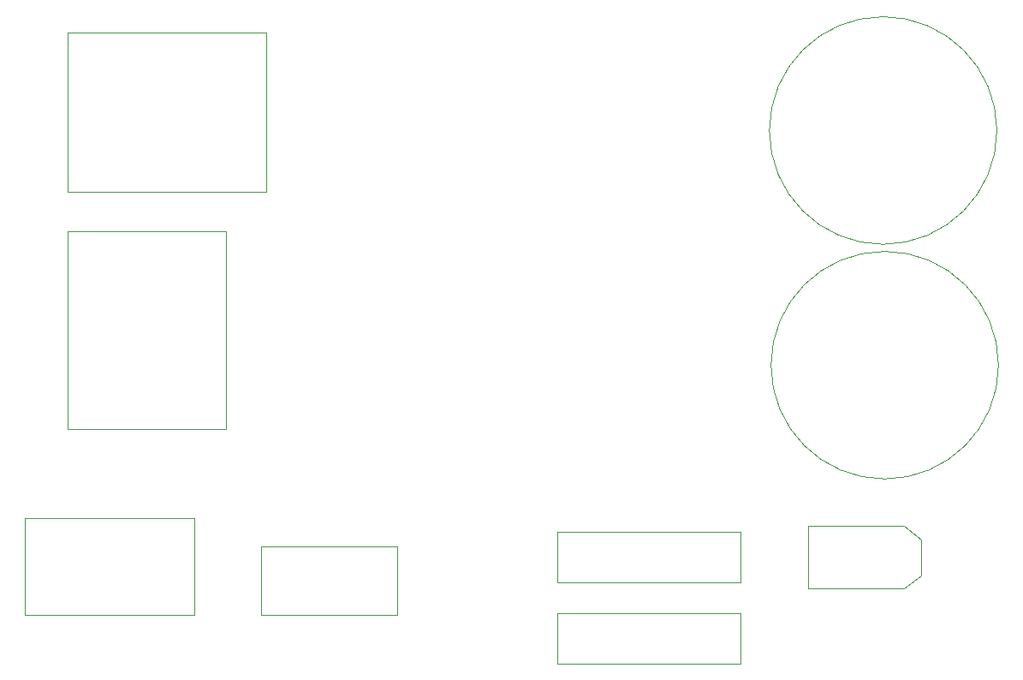
<source format=gbr>
%TF.GenerationSoftware,KiCad,Pcbnew,8.0.7-8.0.7-0~ubuntu20.04.1*%
%TF.CreationDate,2024-12-27T01:05:19+01:00*%
%TF.ProjectId,pcb_power,7063625f-706f-4776-9572-2e6b69636164,1.0.0*%
%TF.SameCoordinates,Original*%
%TF.FileFunction,Other,User*%
%FSLAX46Y46*%
G04 Gerber Fmt 4.6, Leading zero omitted, Abs format (unit mm)*
G04 Created by KiCad (PCBNEW 8.0.7-8.0.7-0~ubuntu20.04.1) date 2024-12-27 01:05:19*
%MOMM*%
%LPD*%
G01*
G04 APERTURE LIST*
%ADD10C,0.050000*%
G04 APERTURE END LIST*
D10*
%TO.C,R40*%
X110630000Y-88000000D02*
X110630000Y-93000000D01*
X110630000Y-93000000D02*
X128770000Y-93000000D01*
X128770000Y-88000000D02*
X110630000Y-88000000D01*
X128770000Y-93000000D02*
X128770000Y-88000000D01*
%TO.C,C31*%
X154092169Y-40300000D02*
G75*
G02*
X131592169Y-40300000I-11250000J0D01*
G01*
X131592169Y-40300000D02*
G75*
G02*
X154092169Y-40300000I11250000J0D01*
G01*
%TO.C,K20*%
X62200000Y-46350000D02*
X62200000Y-30650000D01*
X62200000Y-46350000D02*
X81800000Y-46350000D01*
X81800000Y-30650000D02*
X62200000Y-30650000D01*
X81800000Y-30650000D02*
X81800000Y-46350000D01*
%TO.C,K21*%
X62150000Y-50250000D02*
X62150000Y-69850000D01*
X62150000Y-50250000D02*
X77850000Y-50250000D01*
X77850000Y-69850000D02*
X62150000Y-69850000D01*
X77850000Y-69850000D02*
X77850000Y-50250000D01*
%TO.C,J10*%
X81350000Y-81450000D02*
X81350000Y-88200000D01*
X81350000Y-88200000D02*
X94750000Y-88200000D01*
X94750000Y-81450000D02*
X81350000Y-81450000D01*
X94750000Y-88200000D02*
X94750000Y-81450000D01*
%TO.C,J12*%
X135400000Y-85600000D02*
X135400000Y-79400000D01*
X144900000Y-79400000D02*
X135400000Y-79400000D01*
X144900000Y-85600000D02*
X135400000Y-85600000D01*
X146600000Y-80700000D02*
X144900000Y-79400000D01*
X146600000Y-84300000D02*
X144900000Y-85600000D01*
X146600000Y-84300000D02*
X146600000Y-80700000D01*
%TO.C,C30*%
X154250000Y-63500000D02*
G75*
G02*
X131750000Y-63500000I-11250000J0D01*
G01*
X131750000Y-63500000D02*
G75*
G02*
X154250000Y-63500000I11250000J0D01*
G01*
%TO.C,R41*%
X110630000Y-80000000D02*
X110630000Y-85000000D01*
X110630000Y-85000000D02*
X128770000Y-85000000D01*
X128770000Y-80000000D02*
X110630000Y-80000000D01*
X128770000Y-85000000D02*
X128770000Y-80000000D01*
%TO.C,J11*%
X57932500Y-78650000D02*
X57932500Y-88150000D01*
X57932500Y-88150000D02*
X74712500Y-88150000D01*
X74712500Y-78650000D02*
X57932500Y-78650000D01*
X74712500Y-88150000D02*
X74712500Y-78650000D01*
%TD*%
M02*

</source>
